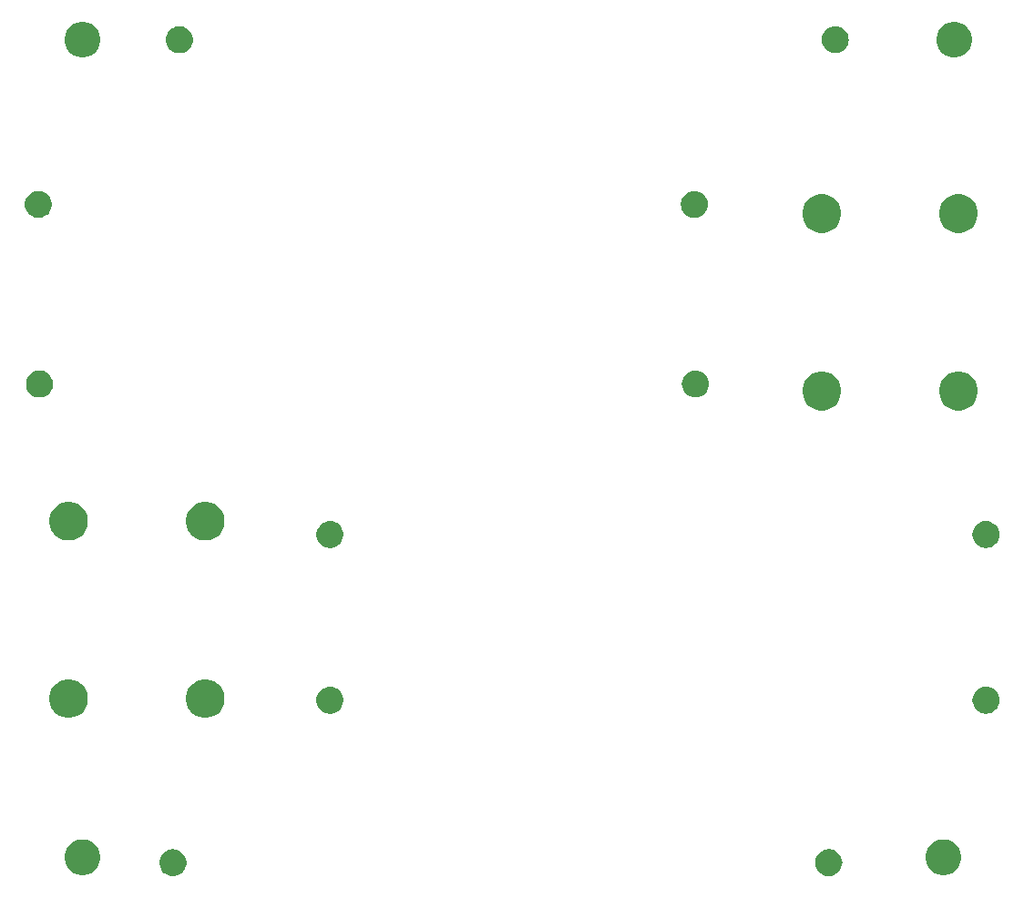
<source format=gbs>
G04 #@! TF.GenerationSoftware,KiCad,Pcbnew,5.0.0*
G04 #@! TF.CreationDate,2018-09-30T11:55:23-04:00*
G04 #@! TF.ProjectId,audio-attenuator,617564696F2D617474656E7561746F72,rev?*
G04 #@! TF.SameCoordinates,Original*
G04 #@! TF.FileFunction,Soldermask,Bot*
G04 #@! TF.FilePolarity,Negative*
%FSLAX46Y46*%
G04 Gerber Fmt 4.6, Leading zero omitted, Abs format (unit mm)*
G04 Created by KiCad (PCBNEW 5.0.0) date Sun Sep 30 11:55:23 2018*
%MOMM*%
%LPD*%
G01*
G04 APERTURE LIST*
%ADD10C,0.100000*%
G04 APERTURE END LIST*
D10*
G36*
X119605200Y-100267298D02*
X119840976Y-100338820D01*
X120058270Y-100454966D01*
X120248729Y-100611271D01*
X120405034Y-100801730D01*
X120521180Y-101019024D01*
X120592702Y-101254800D01*
X120616852Y-101500000D01*
X120592702Y-101745200D01*
X120521180Y-101980976D01*
X120405034Y-102198270D01*
X120248729Y-102388729D01*
X120058270Y-102545034D01*
X119840976Y-102661180D01*
X119605200Y-102732702D01*
X119421447Y-102750800D01*
X119298553Y-102750800D01*
X119114800Y-102732702D01*
X118879024Y-102661180D01*
X118661730Y-102545034D01*
X118471271Y-102388729D01*
X118314966Y-102198270D01*
X118198820Y-101980976D01*
X118127298Y-101745200D01*
X118103148Y-101500000D01*
X118127298Y-101254800D01*
X118198820Y-101019024D01*
X118314966Y-100801730D01*
X118471271Y-100611271D01*
X118661730Y-100454966D01*
X118879024Y-100338820D01*
X119114800Y-100267298D01*
X119298553Y-100249200D01*
X119421447Y-100249200D01*
X119605200Y-100267298D01*
X119605200Y-100267298D01*
G37*
G36*
X58603744Y-100265223D02*
X58764847Y-100297268D01*
X58992474Y-100391554D01*
X58992476Y-100391555D01*
X59087377Y-100454966D01*
X59197340Y-100528441D01*
X59371559Y-100702660D01*
X59508446Y-100907526D01*
X59602732Y-101135153D01*
X59650800Y-101376808D01*
X59650800Y-101623192D01*
X59602732Y-101864847D01*
X59508446Y-102092474D01*
X59371559Y-102297340D01*
X59197340Y-102471559D01*
X59094907Y-102540003D01*
X58992476Y-102608445D01*
X58992475Y-102608446D01*
X58992474Y-102608446D01*
X58764847Y-102702732D01*
X58614177Y-102732702D01*
X58523193Y-102750800D01*
X58276807Y-102750800D01*
X58185823Y-102732702D01*
X58035153Y-102702732D01*
X57807526Y-102608446D01*
X57807525Y-102608446D01*
X57807524Y-102608445D01*
X57705093Y-102540003D01*
X57602660Y-102471559D01*
X57428441Y-102297340D01*
X57291554Y-102092474D01*
X57197268Y-101864847D01*
X57149200Y-101623192D01*
X57149200Y-101376808D01*
X57197268Y-101135153D01*
X57291554Y-100907526D01*
X57428441Y-100702660D01*
X57602660Y-100528441D01*
X57712623Y-100454966D01*
X57807524Y-100391555D01*
X57807526Y-100391554D01*
X58035153Y-100297268D01*
X58196256Y-100265223D01*
X58276807Y-100249200D01*
X58523193Y-100249200D01*
X58603744Y-100265223D01*
X58603744Y-100265223D01*
G37*
G36*
X130481521Y-99412639D02*
X130781947Y-99537080D01*
X131052324Y-99717740D01*
X131282260Y-99947676D01*
X131462920Y-100218053D01*
X131587361Y-100518479D01*
X131650800Y-100837410D01*
X131650800Y-101162590D01*
X131587361Y-101481521D01*
X131462920Y-101781947D01*
X131282260Y-102052324D01*
X131052324Y-102282260D01*
X130781947Y-102462920D01*
X130781946Y-102462921D01*
X130781945Y-102462921D01*
X130713888Y-102491111D01*
X130481521Y-102587361D01*
X130162590Y-102650800D01*
X129837410Y-102650800D01*
X129518479Y-102587361D01*
X129286112Y-102491111D01*
X129218055Y-102462921D01*
X129218054Y-102462921D01*
X129218053Y-102462920D01*
X128947676Y-102282260D01*
X128717740Y-102052324D01*
X128537080Y-101781947D01*
X128412639Y-101481521D01*
X128349200Y-101162590D01*
X128349200Y-100837410D01*
X128412639Y-100518479D01*
X128537080Y-100218053D01*
X128717740Y-99947676D01*
X128947676Y-99717740D01*
X129218053Y-99537080D01*
X129518479Y-99412639D01*
X129837410Y-99349200D01*
X130162590Y-99349200D01*
X130481521Y-99412639D01*
X130481521Y-99412639D01*
G37*
G36*
X50481521Y-99412639D02*
X50781947Y-99537080D01*
X51052324Y-99717740D01*
X51282260Y-99947676D01*
X51462920Y-100218053D01*
X51587361Y-100518479D01*
X51650800Y-100837410D01*
X51650800Y-101162590D01*
X51587361Y-101481521D01*
X51462920Y-101781947D01*
X51282260Y-102052324D01*
X51052324Y-102282260D01*
X50781947Y-102462920D01*
X50781946Y-102462921D01*
X50781945Y-102462921D01*
X50713888Y-102491111D01*
X50481521Y-102587361D01*
X50162590Y-102650800D01*
X49837410Y-102650800D01*
X49518479Y-102587361D01*
X49286112Y-102491111D01*
X49218055Y-102462921D01*
X49218054Y-102462921D01*
X49218053Y-102462920D01*
X48947676Y-102282260D01*
X48717740Y-102052324D01*
X48537080Y-101781947D01*
X48412639Y-101481521D01*
X48349200Y-101162590D01*
X48349200Y-100837410D01*
X48412639Y-100518479D01*
X48537080Y-100218053D01*
X48717740Y-99947676D01*
X48947676Y-99717740D01*
X49218053Y-99537080D01*
X49518479Y-99412639D01*
X49837410Y-99349200D01*
X50162590Y-99349200D01*
X50481521Y-99412639D01*
X50481521Y-99412639D01*
G37*
G36*
X61925276Y-84518404D02*
X62252996Y-84654150D01*
X62547944Y-84851228D01*
X62798772Y-85102056D01*
X62995850Y-85397004D01*
X63131596Y-85724724D01*
X63200800Y-86072637D01*
X63200800Y-86427363D01*
X63131596Y-86775276D01*
X62995850Y-87102996D01*
X62798772Y-87397944D01*
X62547944Y-87648772D01*
X62252996Y-87845850D01*
X61925276Y-87981596D01*
X61577363Y-88050800D01*
X61222637Y-88050800D01*
X60874724Y-87981596D01*
X60547004Y-87845850D01*
X60252056Y-87648772D01*
X60001228Y-87397944D01*
X59804150Y-87102996D01*
X59668404Y-86775276D01*
X59599200Y-86427363D01*
X59599200Y-86072637D01*
X59668404Y-85724724D01*
X59804150Y-85397004D01*
X60001228Y-85102056D01*
X60252056Y-84851228D01*
X60547004Y-84654150D01*
X60874724Y-84518404D01*
X61222637Y-84449200D01*
X61577363Y-84449200D01*
X61925276Y-84518404D01*
X61925276Y-84518404D01*
G37*
G36*
X49225276Y-84518404D02*
X49552996Y-84654150D01*
X49847944Y-84851228D01*
X50098772Y-85102056D01*
X50295850Y-85397004D01*
X50431596Y-85724724D01*
X50500800Y-86072637D01*
X50500800Y-86427363D01*
X50431596Y-86775276D01*
X50295850Y-87102996D01*
X50098772Y-87397944D01*
X49847944Y-87648772D01*
X49552996Y-87845850D01*
X49225276Y-87981596D01*
X48877363Y-88050800D01*
X48522637Y-88050800D01*
X48174724Y-87981596D01*
X47847004Y-87845850D01*
X47552056Y-87648772D01*
X47301228Y-87397944D01*
X47104150Y-87102996D01*
X46968404Y-86775276D01*
X46899200Y-86427363D01*
X46899200Y-86072637D01*
X46968404Y-85724724D01*
X47104150Y-85397004D01*
X47301228Y-85102056D01*
X47552056Y-84851228D01*
X47847004Y-84654150D01*
X48174724Y-84518404D01*
X48522637Y-84449200D01*
X48877363Y-84449200D01*
X49225276Y-84518404D01*
X49225276Y-84518404D01*
G37*
G36*
X73203744Y-85165223D02*
X73364847Y-85197268D01*
X73592474Y-85291554D01*
X73592476Y-85291555D01*
X73687377Y-85354966D01*
X73797340Y-85428441D01*
X73971559Y-85602660D01*
X74108446Y-85807526D01*
X74202732Y-86035153D01*
X74250800Y-86276808D01*
X74250800Y-86523192D01*
X74202732Y-86764847D01*
X74108446Y-86992474D01*
X73971559Y-87197340D01*
X73797340Y-87371559D01*
X73757852Y-87397944D01*
X73592476Y-87508445D01*
X73592475Y-87508446D01*
X73592474Y-87508446D01*
X73364847Y-87602732D01*
X73214177Y-87632702D01*
X73123193Y-87650800D01*
X72876807Y-87650800D01*
X72785823Y-87632702D01*
X72635153Y-87602732D01*
X72407526Y-87508446D01*
X72407525Y-87508446D01*
X72407524Y-87508445D01*
X72242148Y-87397944D01*
X72202660Y-87371559D01*
X72028441Y-87197340D01*
X71891554Y-86992474D01*
X71797268Y-86764847D01*
X71749200Y-86523192D01*
X71749200Y-86276808D01*
X71797268Y-86035153D01*
X71891554Y-85807526D01*
X72028441Y-85602660D01*
X72202660Y-85428441D01*
X72312623Y-85354966D01*
X72407524Y-85291555D01*
X72407526Y-85291554D01*
X72635153Y-85197268D01*
X72796256Y-85165223D01*
X72876807Y-85149200D01*
X73123193Y-85149200D01*
X73203744Y-85165223D01*
X73203744Y-85165223D01*
G37*
G36*
X134205200Y-85167298D02*
X134440976Y-85238820D01*
X134658270Y-85354966D01*
X134848729Y-85511271D01*
X135005034Y-85701730D01*
X135121180Y-85919024D01*
X135192702Y-86154800D01*
X135216852Y-86400000D01*
X135192702Y-86645200D01*
X135121180Y-86880976D01*
X135005034Y-87098270D01*
X134848729Y-87288729D01*
X134658270Y-87445034D01*
X134440976Y-87561180D01*
X134205200Y-87632702D01*
X134021447Y-87650800D01*
X133898553Y-87650800D01*
X133714800Y-87632702D01*
X133479024Y-87561180D01*
X133261730Y-87445034D01*
X133071271Y-87288729D01*
X132914966Y-87098270D01*
X132798820Y-86880976D01*
X132727298Y-86645200D01*
X132703148Y-86400000D01*
X132727298Y-86154800D01*
X132798820Y-85919024D01*
X132914966Y-85701730D01*
X133071271Y-85511271D01*
X133261730Y-85354966D01*
X133479024Y-85238820D01*
X133714800Y-85167298D01*
X133898553Y-85149200D01*
X134021447Y-85149200D01*
X134205200Y-85167298D01*
X134205200Y-85167298D01*
G37*
G36*
X73203744Y-69765223D02*
X73364847Y-69797268D01*
X73592474Y-69891554D01*
X73592476Y-69891555D01*
X73646066Y-69927363D01*
X73797340Y-70028441D01*
X73971559Y-70202660D01*
X74108446Y-70407526D01*
X74202732Y-70635153D01*
X74250800Y-70876808D01*
X74250800Y-71123192D01*
X74202732Y-71364847D01*
X74108446Y-71592474D01*
X73971559Y-71797340D01*
X73797340Y-71971559D01*
X73694907Y-72040003D01*
X73592476Y-72108445D01*
X73592475Y-72108446D01*
X73592474Y-72108446D01*
X73364847Y-72202732D01*
X73214177Y-72232702D01*
X73123193Y-72250800D01*
X72876807Y-72250800D01*
X72785823Y-72232702D01*
X72635153Y-72202732D01*
X72407526Y-72108446D01*
X72407525Y-72108446D01*
X72407524Y-72108445D01*
X72305093Y-72040002D01*
X72202660Y-71971559D01*
X72028441Y-71797340D01*
X71891554Y-71592474D01*
X71797268Y-71364847D01*
X71749200Y-71123192D01*
X71749200Y-70876808D01*
X71797268Y-70635153D01*
X71891554Y-70407526D01*
X72028441Y-70202660D01*
X72202660Y-70028441D01*
X72353934Y-69927363D01*
X72407524Y-69891555D01*
X72407526Y-69891554D01*
X72635153Y-69797268D01*
X72796256Y-69765223D01*
X72876807Y-69749200D01*
X73123193Y-69749200D01*
X73203744Y-69765223D01*
X73203744Y-69765223D01*
G37*
G36*
X134205200Y-69767298D02*
X134440976Y-69838820D01*
X134658270Y-69954966D01*
X134848729Y-70111271D01*
X135005034Y-70301730D01*
X135121180Y-70519024D01*
X135192702Y-70754800D01*
X135216852Y-71000000D01*
X135192702Y-71245200D01*
X135121180Y-71480976D01*
X135005034Y-71698270D01*
X134848729Y-71888729D01*
X134658270Y-72045034D01*
X134440976Y-72161180D01*
X134205200Y-72232702D01*
X134021447Y-72250800D01*
X133898553Y-72250800D01*
X133714800Y-72232702D01*
X133479024Y-72161180D01*
X133261730Y-72045034D01*
X133071271Y-71888729D01*
X132914966Y-71698270D01*
X132798820Y-71480976D01*
X132727298Y-71245200D01*
X132703148Y-71000000D01*
X132727298Y-70754800D01*
X132798820Y-70519024D01*
X132914966Y-70301730D01*
X133071271Y-70111271D01*
X133261730Y-69954966D01*
X133479024Y-69838820D01*
X133714800Y-69767298D01*
X133898553Y-69749200D01*
X134021447Y-69749200D01*
X134205200Y-69767298D01*
X134205200Y-69767298D01*
G37*
G36*
X61925276Y-68018404D02*
X62252996Y-68154150D01*
X62547944Y-68351228D01*
X62798772Y-68602056D01*
X62995850Y-68897004D01*
X63131596Y-69224724D01*
X63200800Y-69572637D01*
X63200800Y-69927363D01*
X63131596Y-70275276D01*
X62995850Y-70602996D01*
X62798772Y-70897944D01*
X62547944Y-71148772D01*
X62252996Y-71345850D01*
X61925276Y-71481596D01*
X61577363Y-71550800D01*
X61222637Y-71550800D01*
X60874724Y-71481596D01*
X60547004Y-71345850D01*
X60252056Y-71148772D01*
X60001228Y-70897944D01*
X59804150Y-70602996D01*
X59668404Y-70275276D01*
X59599200Y-69927363D01*
X59599200Y-69572637D01*
X59668404Y-69224724D01*
X59804150Y-68897004D01*
X60001228Y-68602056D01*
X60252056Y-68351228D01*
X60547004Y-68154150D01*
X60874724Y-68018404D01*
X61222637Y-67949200D01*
X61577363Y-67949200D01*
X61925276Y-68018404D01*
X61925276Y-68018404D01*
G37*
G36*
X49225276Y-68018404D02*
X49552996Y-68154150D01*
X49847944Y-68351228D01*
X50098772Y-68602056D01*
X50295850Y-68897004D01*
X50431596Y-69224724D01*
X50500800Y-69572637D01*
X50500800Y-69927363D01*
X50431596Y-70275276D01*
X50295850Y-70602996D01*
X50098772Y-70897944D01*
X49847944Y-71148772D01*
X49552996Y-71345850D01*
X49225276Y-71481596D01*
X48877363Y-71550800D01*
X48522637Y-71550800D01*
X48174724Y-71481596D01*
X47847004Y-71345850D01*
X47552056Y-71148772D01*
X47301228Y-70897944D01*
X47104150Y-70602996D01*
X46968404Y-70275276D01*
X46899200Y-69927363D01*
X46899200Y-69572637D01*
X46968404Y-69224724D01*
X47104150Y-68897004D01*
X47301228Y-68602056D01*
X47552056Y-68351228D01*
X47847004Y-68154150D01*
X48174724Y-68018404D01*
X48522637Y-67949200D01*
X48877363Y-67949200D01*
X49225276Y-68018404D01*
X49225276Y-68018404D01*
G37*
G36*
X119225276Y-55918404D02*
X119552996Y-56054150D01*
X119847944Y-56251228D01*
X120098772Y-56502056D01*
X120295850Y-56797004D01*
X120431596Y-57124724D01*
X120500800Y-57472637D01*
X120500800Y-57827363D01*
X120431596Y-58175276D01*
X120295850Y-58502996D01*
X120098772Y-58797944D01*
X119847944Y-59048772D01*
X119552996Y-59245850D01*
X119225276Y-59381596D01*
X118877363Y-59450800D01*
X118522637Y-59450800D01*
X118174724Y-59381596D01*
X117847004Y-59245850D01*
X117552056Y-59048772D01*
X117301228Y-58797944D01*
X117104150Y-58502996D01*
X116968404Y-58175276D01*
X116899200Y-57827363D01*
X116899200Y-57472637D01*
X116968404Y-57124724D01*
X117104150Y-56797004D01*
X117301228Y-56502056D01*
X117552056Y-56251228D01*
X117847004Y-56054150D01*
X118174724Y-55918404D01*
X118522637Y-55849200D01*
X118877363Y-55849200D01*
X119225276Y-55918404D01*
X119225276Y-55918404D01*
G37*
G36*
X131925276Y-55918404D02*
X132252996Y-56054150D01*
X132547944Y-56251228D01*
X132798772Y-56502056D01*
X132995850Y-56797004D01*
X133131596Y-57124724D01*
X133200800Y-57472637D01*
X133200800Y-57827363D01*
X133131596Y-58175276D01*
X132995850Y-58502996D01*
X132798772Y-58797944D01*
X132547944Y-59048772D01*
X132252996Y-59245850D01*
X131925276Y-59381596D01*
X131577363Y-59450800D01*
X131222637Y-59450800D01*
X130874724Y-59381596D01*
X130547004Y-59245850D01*
X130252056Y-59048772D01*
X130001228Y-58797944D01*
X129804150Y-58502996D01*
X129668404Y-58175276D01*
X129599200Y-57827363D01*
X129599200Y-57472637D01*
X129668404Y-57124724D01*
X129804150Y-56797004D01*
X130001228Y-56502056D01*
X130252056Y-56251228D01*
X130547004Y-56054150D01*
X130874724Y-55918404D01*
X131222637Y-55849200D01*
X131577363Y-55849200D01*
X131925276Y-55918404D01*
X131925276Y-55918404D01*
G37*
G36*
X107205200Y-55767298D02*
X107440976Y-55838820D01*
X107658270Y-55954966D01*
X107848729Y-56111271D01*
X108005034Y-56301730D01*
X108121180Y-56519024D01*
X108192702Y-56754800D01*
X108216852Y-57000000D01*
X108192702Y-57245200D01*
X108121180Y-57480976D01*
X108005034Y-57698270D01*
X107848729Y-57888729D01*
X107658270Y-58045034D01*
X107440976Y-58161180D01*
X107205200Y-58232702D01*
X107021447Y-58250800D01*
X106898553Y-58250800D01*
X106714800Y-58232702D01*
X106479024Y-58161180D01*
X106261730Y-58045034D01*
X106071271Y-57888729D01*
X105914966Y-57698270D01*
X105798820Y-57480976D01*
X105727298Y-57245200D01*
X105703148Y-57000000D01*
X105727298Y-56754800D01*
X105798820Y-56519024D01*
X105914966Y-56301730D01*
X106071271Y-56111271D01*
X106261730Y-55954966D01*
X106479024Y-55838820D01*
X106714800Y-55767298D01*
X106898553Y-55749200D01*
X107021447Y-55749200D01*
X107205200Y-55767298D01*
X107205200Y-55767298D01*
G37*
G36*
X46203744Y-55765223D02*
X46364847Y-55797268D01*
X46592474Y-55891554D01*
X46592476Y-55891555D01*
X46632658Y-55918404D01*
X46797340Y-56028441D01*
X46971559Y-56202660D01*
X47108446Y-56407526D01*
X47202732Y-56635153D01*
X47250800Y-56876808D01*
X47250800Y-57123192D01*
X47202732Y-57364847D01*
X47108446Y-57592474D01*
X46971559Y-57797340D01*
X46797340Y-57971559D01*
X46694907Y-58040003D01*
X46592476Y-58108445D01*
X46592475Y-58108446D01*
X46592474Y-58108446D01*
X46364847Y-58202732D01*
X46214177Y-58232702D01*
X46123193Y-58250800D01*
X45876807Y-58250800D01*
X45785823Y-58232702D01*
X45635153Y-58202732D01*
X45407526Y-58108446D01*
X45407525Y-58108446D01*
X45407524Y-58108445D01*
X45305093Y-58040003D01*
X45202660Y-57971559D01*
X45028441Y-57797340D01*
X44891554Y-57592474D01*
X44797268Y-57364847D01*
X44749200Y-57123192D01*
X44749200Y-56876808D01*
X44797268Y-56635153D01*
X44891554Y-56407526D01*
X45028441Y-56202660D01*
X45202660Y-56028441D01*
X45367342Y-55918404D01*
X45407524Y-55891555D01*
X45407526Y-55891554D01*
X45635153Y-55797268D01*
X45796256Y-55765223D01*
X45876807Y-55749200D01*
X46123193Y-55749200D01*
X46203744Y-55765223D01*
X46203744Y-55765223D01*
G37*
G36*
X131925276Y-39418404D02*
X132252996Y-39554150D01*
X132547944Y-39751228D01*
X132798772Y-40002056D01*
X132995850Y-40297004D01*
X133131596Y-40624724D01*
X133200800Y-40972637D01*
X133200800Y-41327363D01*
X133131596Y-41675276D01*
X132995850Y-42002996D01*
X132798772Y-42297944D01*
X132547944Y-42548772D01*
X132252996Y-42745850D01*
X131925276Y-42881596D01*
X131577363Y-42950800D01*
X131222637Y-42950800D01*
X130874724Y-42881596D01*
X130547004Y-42745850D01*
X130252056Y-42548772D01*
X130001228Y-42297944D01*
X129804150Y-42002996D01*
X129668404Y-41675276D01*
X129599200Y-41327363D01*
X129599200Y-40972637D01*
X129668404Y-40624724D01*
X129804150Y-40297004D01*
X130001228Y-40002056D01*
X130252056Y-39751228D01*
X130547004Y-39554150D01*
X130874724Y-39418404D01*
X131222637Y-39349200D01*
X131577363Y-39349200D01*
X131925276Y-39418404D01*
X131925276Y-39418404D01*
G37*
G36*
X119225276Y-39418404D02*
X119552996Y-39554150D01*
X119847944Y-39751228D01*
X120098772Y-40002056D01*
X120295850Y-40297004D01*
X120431596Y-40624724D01*
X120500800Y-40972637D01*
X120500800Y-41327363D01*
X120431596Y-41675276D01*
X120295850Y-42002996D01*
X120098772Y-42297944D01*
X119847944Y-42548772D01*
X119552996Y-42745850D01*
X119225276Y-42881596D01*
X118877363Y-42950800D01*
X118522637Y-42950800D01*
X118174724Y-42881596D01*
X117847004Y-42745850D01*
X117552056Y-42548772D01*
X117301228Y-42297944D01*
X117104150Y-42002996D01*
X116968404Y-41675276D01*
X116899200Y-41327363D01*
X116899200Y-40972637D01*
X116968404Y-40624724D01*
X117104150Y-40297004D01*
X117301228Y-40002056D01*
X117552056Y-39751228D01*
X117847004Y-39554150D01*
X118174724Y-39418404D01*
X118522637Y-39349200D01*
X118877363Y-39349200D01*
X119225276Y-39418404D01*
X119225276Y-39418404D01*
G37*
G36*
X107105200Y-39067298D02*
X107340976Y-39138820D01*
X107558270Y-39254966D01*
X107748729Y-39411271D01*
X107905034Y-39601730D01*
X108021180Y-39819024D01*
X108092702Y-40054800D01*
X108116852Y-40300000D01*
X108092702Y-40545200D01*
X108021180Y-40780976D01*
X107905034Y-40998270D01*
X107748729Y-41188729D01*
X107558270Y-41345034D01*
X107340976Y-41461180D01*
X107105200Y-41532702D01*
X106921447Y-41550800D01*
X106798553Y-41550800D01*
X106614800Y-41532702D01*
X106379024Y-41461180D01*
X106161730Y-41345034D01*
X105971271Y-41188729D01*
X105814966Y-40998270D01*
X105698820Y-40780976D01*
X105627298Y-40545200D01*
X105603148Y-40300000D01*
X105627298Y-40054800D01*
X105698820Y-39819024D01*
X105814966Y-39601730D01*
X105971271Y-39411271D01*
X106161730Y-39254966D01*
X106379024Y-39138820D01*
X106614800Y-39067298D01*
X106798553Y-39049200D01*
X106921447Y-39049200D01*
X107105200Y-39067298D01*
X107105200Y-39067298D01*
G37*
G36*
X46103744Y-39065223D02*
X46264847Y-39097268D01*
X46492474Y-39191554D01*
X46492476Y-39191555D01*
X46587377Y-39254966D01*
X46697340Y-39328441D01*
X46871559Y-39502660D01*
X47008446Y-39707526D01*
X47102732Y-39935153D01*
X47150800Y-40176808D01*
X47150800Y-40423192D01*
X47102732Y-40664847D01*
X47008446Y-40892474D01*
X46871559Y-41097340D01*
X46697340Y-41271559D01*
X46613823Y-41327363D01*
X46492476Y-41408445D01*
X46492475Y-41408446D01*
X46492474Y-41408446D01*
X46264847Y-41502732D01*
X46114177Y-41532702D01*
X46023193Y-41550800D01*
X45776807Y-41550800D01*
X45685823Y-41532702D01*
X45535153Y-41502732D01*
X45307526Y-41408446D01*
X45307525Y-41408446D01*
X45307524Y-41408445D01*
X45186177Y-41327363D01*
X45102660Y-41271559D01*
X44928441Y-41097340D01*
X44791554Y-40892474D01*
X44697268Y-40664847D01*
X44649200Y-40423192D01*
X44649200Y-40176808D01*
X44697268Y-39935153D01*
X44791554Y-39707526D01*
X44928441Y-39502660D01*
X45102660Y-39328441D01*
X45212623Y-39254966D01*
X45307524Y-39191555D01*
X45307526Y-39191554D01*
X45535153Y-39097268D01*
X45696256Y-39065223D01*
X45776807Y-39049200D01*
X46023193Y-39049200D01*
X46103744Y-39065223D01*
X46103744Y-39065223D01*
G37*
G36*
X50481521Y-23412639D02*
X50781947Y-23537080D01*
X51052324Y-23717740D01*
X51282260Y-23947676D01*
X51462920Y-24218053D01*
X51587361Y-24518479D01*
X51650800Y-24837410D01*
X51650800Y-25162590D01*
X51587361Y-25481521D01*
X51462920Y-25781947D01*
X51282260Y-26052324D01*
X51052324Y-26282260D01*
X50781947Y-26462920D01*
X50481521Y-26587361D01*
X50162590Y-26650800D01*
X49837410Y-26650800D01*
X49518479Y-26587361D01*
X49218053Y-26462920D01*
X48947676Y-26282260D01*
X48717740Y-26052324D01*
X48537080Y-25781947D01*
X48412639Y-25481521D01*
X48349200Y-25162590D01*
X48349200Y-24837410D01*
X48412639Y-24518479D01*
X48537080Y-24218053D01*
X48717740Y-23947676D01*
X48947676Y-23717740D01*
X49218053Y-23537080D01*
X49518479Y-23412639D01*
X49837410Y-23349200D01*
X50162590Y-23349200D01*
X50481521Y-23412639D01*
X50481521Y-23412639D01*
G37*
G36*
X131481521Y-23412639D02*
X131781947Y-23537080D01*
X132052324Y-23717740D01*
X132282260Y-23947676D01*
X132462920Y-24218053D01*
X132587361Y-24518479D01*
X132650800Y-24837410D01*
X132650800Y-25162590D01*
X132587361Y-25481521D01*
X132462920Y-25781947D01*
X132282260Y-26052324D01*
X132052324Y-26282260D01*
X131781947Y-26462920D01*
X131481521Y-26587361D01*
X131162590Y-26650800D01*
X130837410Y-26650800D01*
X130518479Y-26587361D01*
X130218053Y-26462920D01*
X129947676Y-26282260D01*
X129717740Y-26052324D01*
X129537080Y-25781947D01*
X129412639Y-25481521D01*
X129349200Y-25162590D01*
X129349200Y-24837410D01*
X129412639Y-24518479D01*
X129537080Y-24218053D01*
X129717740Y-23947676D01*
X129947676Y-23717740D01*
X130218053Y-23537080D01*
X130518479Y-23412639D01*
X130837410Y-23349200D01*
X131162590Y-23349200D01*
X131481521Y-23412639D01*
X131481521Y-23412639D01*
G37*
G36*
X120205200Y-23767298D02*
X120440976Y-23838820D01*
X120658270Y-23954966D01*
X120848729Y-24111271D01*
X121005034Y-24301730D01*
X121121180Y-24519024D01*
X121192702Y-24754800D01*
X121216852Y-25000000D01*
X121192702Y-25245200D01*
X121121180Y-25480976D01*
X121005034Y-25698270D01*
X120848729Y-25888729D01*
X120658270Y-26045034D01*
X120440976Y-26161180D01*
X120205200Y-26232702D01*
X120021447Y-26250800D01*
X119898553Y-26250800D01*
X119714800Y-26232702D01*
X119479024Y-26161180D01*
X119261730Y-26045034D01*
X119071271Y-25888729D01*
X118914966Y-25698270D01*
X118798820Y-25480976D01*
X118727298Y-25245200D01*
X118703148Y-25000000D01*
X118727298Y-24754800D01*
X118798820Y-24519024D01*
X118914966Y-24301730D01*
X119071271Y-24111271D01*
X119261730Y-23954966D01*
X119479024Y-23838820D01*
X119714800Y-23767298D01*
X119898553Y-23749200D01*
X120021447Y-23749200D01*
X120205200Y-23767298D01*
X120205200Y-23767298D01*
G37*
G36*
X59203744Y-23765223D02*
X59364847Y-23797268D01*
X59592474Y-23891554D01*
X59592476Y-23891555D01*
X59676465Y-23947675D01*
X59797340Y-24028441D01*
X59971559Y-24202660D01*
X60108446Y-24407526D01*
X60202732Y-24635153D01*
X60202732Y-24635155D01*
X60250800Y-24876807D01*
X60250800Y-25123193D01*
X60242963Y-25162590D01*
X60202732Y-25364847D01*
X60108446Y-25592474D01*
X59971559Y-25797340D01*
X59797340Y-25971559D01*
X59694907Y-26040003D01*
X59592476Y-26108445D01*
X59592475Y-26108446D01*
X59592474Y-26108446D01*
X59364847Y-26202732D01*
X59214177Y-26232702D01*
X59123193Y-26250800D01*
X58876807Y-26250800D01*
X58785823Y-26232702D01*
X58635153Y-26202732D01*
X58407526Y-26108446D01*
X58407525Y-26108446D01*
X58407524Y-26108445D01*
X58305093Y-26040003D01*
X58202660Y-25971559D01*
X58028441Y-25797340D01*
X57891554Y-25592474D01*
X57797268Y-25364847D01*
X57757037Y-25162590D01*
X57749200Y-25123193D01*
X57749200Y-24876807D01*
X57797268Y-24635155D01*
X57797268Y-24635153D01*
X57891554Y-24407526D01*
X58028441Y-24202660D01*
X58202660Y-24028441D01*
X58323535Y-23947675D01*
X58407524Y-23891555D01*
X58407526Y-23891554D01*
X58635153Y-23797268D01*
X58796256Y-23765223D01*
X58876807Y-23749200D01*
X59123193Y-23749200D01*
X59203744Y-23765223D01*
X59203744Y-23765223D01*
G37*
M02*

</source>
